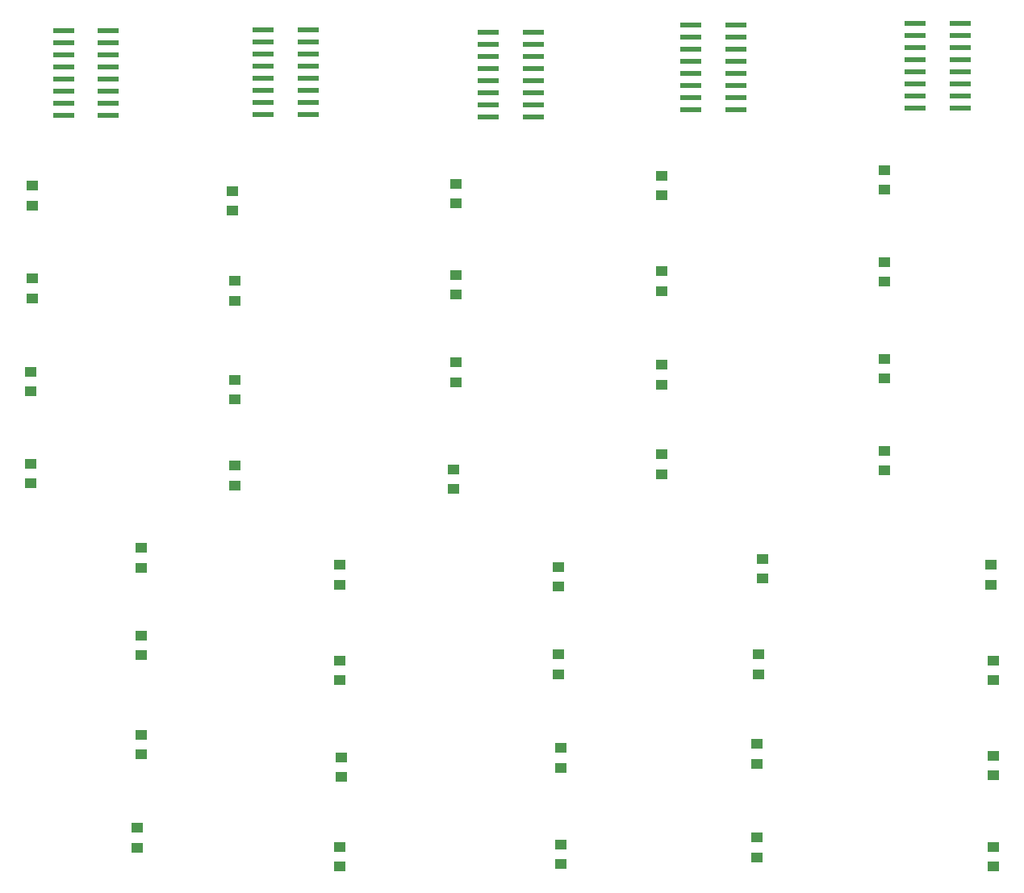
<source format=gbr>
%TF.GenerationSoftware,KiCad,Pcbnew,8.0.6*%
%TF.CreationDate,2024-11-05T12:51:11-06:00*%
%TF.ProjectId,GameBoardMatrix,47616d65-426f-4617-9264-4d6174726978,rev?*%
%TF.SameCoordinates,Original*%
%TF.FileFunction,Paste,Top*%
%TF.FilePolarity,Positive*%
%FSLAX46Y46*%
G04 Gerber Fmt 4.6, Leading zero omitted, Abs format (unit mm)*
G04 Created by KiCad (PCBNEW 8.0.6) date 2024-11-05 12:51:11*
%MOMM*%
%LPD*%
G01*
G04 APERTURE LIST*
%ADD10R,1.300800X1.058800*%
%ADD11R,2.184400X0.558800*%
G04 APERTURE END LIST*
D10*
%TO.C,C10*%
X80400000Y-51200000D03*
X80400000Y-53258800D03*
%TD*%
%TO.C,C8*%
X70200000Y-110658800D03*
X70200000Y-108600000D03*
%TD*%
%TO.C,C6*%
X70600000Y-90458800D03*
X70600000Y-88400000D03*
%TD*%
%TO.C,C12*%
X80400000Y-70570600D03*
X80400000Y-72629400D03*
%TD*%
%TO.C,C25*%
X125200000Y-40141200D03*
X125200000Y-42200000D03*
%TD*%
%TO.C,C13*%
X91400000Y-83058800D03*
X91400000Y-81000000D03*
%TD*%
D11*
%TO.C,U7*%
X83400000Y-24860000D03*
X83400000Y-26130000D03*
X83400000Y-27400000D03*
X83400000Y-28670000D03*
X83400000Y-29940000D03*
X83400000Y-31210000D03*
X83400000Y-32480000D03*
X83400000Y-33750000D03*
X88124400Y-33750000D03*
X88124400Y-32480000D03*
X88124400Y-31210000D03*
X88124400Y-29940000D03*
X88124400Y-28670000D03*
X88124400Y-27400000D03*
X88124400Y-26130000D03*
X88124400Y-24860000D03*
%TD*%
D10*
%TO.C,C9*%
X80200000Y-41741200D03*
X80200000Y-43800000D03*
%TD*%
%TO.C,C18*%
X103600000Y-50541200D03*
X103600000Y-52600000D03*
%TD*%
%TO.C,C22*%
X114400000Y-92458800D03*
X114400000Y-90400000D03*
%TD*%
D11*
%TO.C,U17*%
X107000000Y-25060000D03*
X107000000Y-26330000D03*
X107000000Y-27600000D03*
X107000000Y-28870000D03*
X107000000Y-30140000D03*
X107000000Y-31410000D03*
X107000000Y-32680000D03*
X107000000Y-33950000D03*
X111724400Y-33950000D03*
X111724400Y-32680000D03*
X111724400Y-31410000D03*
X111724400Y-30140000D03*
X111724400Y-28870000D03*
X111724400Y-27600000D03*
X111724400Y-26330000D03*
X111724400Y-25060000D03*
%TD*%
D10*
%TO.C,C38*%
X160000000Y-93058800D03*
X160000000Y-91000000D03*
%TD*%
%TO.C,C1*%
X59150000Y-41200000D03*
X59150000Y-43258800D03*
%TD*%
%TO.C,C4*%
X59000000Y-60741200D03*
X59000000Y-62800000D03*
%TD*%
%TO.C,C19*%
X103600000Y-59741200D03*
X103600000Y-61800000D03*
%TD*%
%TO.C,C28*%
X125200000Y-69400000D03*
X125200000Y-71458800D03*
%TD*%
%TO.C,C39*%
X160000000Y-103058800D03*
X160000000Y-101000000D03*
%TD*%
D11*
%TO.C,U27*%
X128275600Y-24330000D03*
X128275600Y-25600000D03*
X128275600Y-26870000D03*
X128275600Y-28140000D03*
X128275600Y-29410000D03*
X128275600Y-30680000D03*
X128275600Y-31950000D03*
X128275600Y-33220000D03*
X133000000Y-33220000D03*
X133000000Y-31950000D03*
X133000000Y-30680000D03*
X133000000Y-29410000D03*
X133000000Y-28140000D03*
X133000000Y-26870000D03*
X133000000Y-25600000D03*
X133000000Y-24330000D03*
%TD*%
D10*
%TO.C,C2*%
X70600000Y-81258800D03*
X70600000Y-79200000D03*
%TD*%
%TO.C,C30*%
X135400000Y-92458800D03*
X135400000Y-90400000D03*
%TD*%
%TO.C,C5*%
X59000000Y-70341200D03*
X59000000Y-72400000D03*
%TD*%
%TO.C,C31*%
X135200000Y-101858800D03*
X135200000Y-99800000D03*
%TD*%
%TO.C,C3*%
X59200000Y-50941200D03*
X59200000Y-53000000D03*
%TD*%
%TO.C,C37*%
X159800000Y-83058800D03*
X159800000Y-81000000D03*
%TD*%
%TO.C,C26*%
X125200000Y-50170600D03*
X125200000Y-52229400D03*
%TD*%
%TO.C,C15*%
X91600000Y-103258800D03*
X91600000Y-101200000D03*
%TD*%
%TO.C,C40*%
X160000000Y-112658800D03*
X160000000Y-110600000D03*
%TD*%
D11*
%TO.C,U37*%
X151837800Y-24155000D03*
X151837800Y-25425000D03*
X151837800Y-26695000D03*
X151837800Y-27965000D03*
X151837800Y-29235000D03*
X151837800Y-30505000D03*
X151837800Y-31775000D03*
X151837800Y-33045000D03*
X156562200Y-33045000D03*
X156562200Y-31775000D03*
X156562200Y-30505000D03*
X156562200Y-29235000D03*
X156562200Y-27965000D03*
X156562200Y-26695000D03*
X156562200Y-25425000D03*
X156562200Y-24155000D03*
%TD*%
D10*
%TO.C,C32*%
X135200000Y-111658800D03*
X135200000Y-109600000D03*
%TD*%
%TO.C,C33*%
X148600000Y-39541200D03*
X148600000Y-41600000D03*
%TD*%
%TO.C,C20*%
X103400000Y-70941200D03*
X103400000Y-73000000D03*
%TD*%
%TO.C,C16*%
X91400000Y-112658800D03*
X91400000Y-110600000D03*
%TD*%
%TO.C,C23*%
X114600000Y-102258800D03*
X114600000Y-100200000D03*
%TD*%
%TO.C,C11*%
X80400000Y-61541200D03*
X80400000Y-63600000D03*
%TD*%
%TO.C,C29*%
X135800000Y-82429400D03*
X135800000Y-80370600D03*
%TD*%
%TO.C,C17*%
X103600000Y-41000000D03*
X103600000Y-43058800D03*
%TD*%
%TO.C,C34*%
X148600000Y-49170600D03*
X148600000Y-51229400D03*
%TD*%
%TO.C,C24*%
X114600000Y-112400000D03*
X114600000Y-110341200D03*
%TD*%
%TO.C,C36*%
X148600000Y-69000000D03*
X148600000Y-71058800D03*
%TD*%
%TO.C,C27*%
X125200000Y-60000000D03*
X125200000Y-62058800D03*
%TD*%
%TO.C,C35*%
X148600000Y-59341200D03*
X148600000Y-61400000D03*
%TD*%
%TO.C,C7*%
X70600000Y-100858800D03*
X70600000Y-98800000D03*
%TD*%
%TO.C,C21*%
X114400000Y-83258800D03*
X114400000Y-81200000D03*
%TD*%
D11*
%TO.C,U1*%
X62437800Y-24955000D03*
X62437800Y-26225000D03*
X62437800Y-27495000D03*
X62437800Y-28765000D03*
X62437800Y-30035000D03*
X62437800Y-31305000D03*
X62437800Y-32575000D03*
X62437800Y-33845000D03*
X67162200Y-33845000D03*
X67162200Y-32575000D03*
X67162200Y-31305000D03*
X67162200Y-30035000D03*
X67162200Y-28765000D03*
X67162200Y-27495000D03*
X67162200Y-26225000D03*
X67162200Y-24955000D03*
%TD*%
D10*
%TO.C,C14*%
X91400000Y-93058800D03*
X91400000Y-91000000D03*
%TD*%
M02*

</source>
